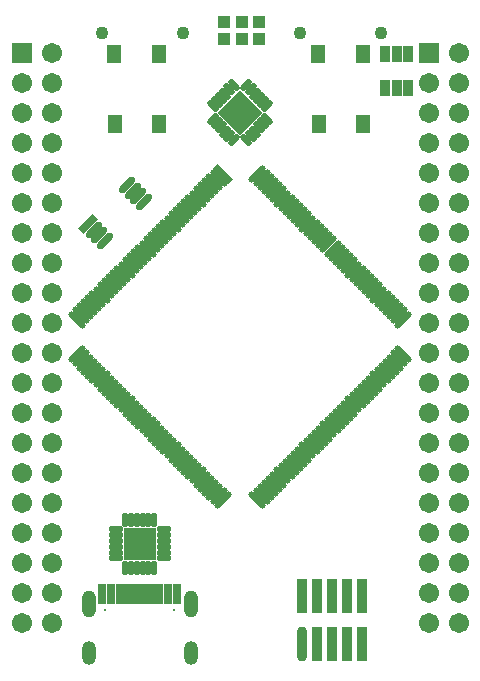
<source format=gts>
G04*
G04 #@! TF.GenerationSoftware,Altium Limited,Altium Designer,20.1.12 (249)*
G04*
G04 Layer_Color=8388736*
%FSLAX25Y25*%
%MOIN*%
G70*
G04*
G04 #@! TF.SameCoordinates,D38EF606-D903-4ADC-9098-C18FB5F004BE*
G04*
G04*
G04 #@! TF.FilePolarity,Negative*
G04*
G01*
G75*
G04:AMPARAMS|DCode=15|XSize=21.78mil|YSize=72.96mil|CornerRadius=0mil|HoleSize=0mil|Usage=FLASHONLY|Rotation=45.000|XOffset=0mil|YOffset=0mil|HoleType=Round|Shape=Round|*
%AMOVALD15*
21,1,0.05118,0.02178,0.00000,0.00000,135.0*
1,1,0.02178,0.01810,-0.01810*
1,1,0.02178,-0.01810,0.01810*
%
%ADD15OVALD15*%

G04:AMPARAMS|DCode=16|XSize=21.78mil|YSize=72.96mil|CornerRadius=0mil|HoleSize=0mil|Usage=FLASHONLY|Rotation=315.000|XOffset=0mil|YOffset=0mil|HoleType=Round|Shape=Round|*
%AMOVALD16*
21,1,0.05118,0.02178,0.00000,0.00000,45.0*
1,1,0.02178,-0.01810,-0.01810*
1,1,0.02178,0.01810,0.01810*
%
%ADD16OVALD16*%

G04:AMPARAMS|DCode=17|XSize=21.78mil|YSize=72.96mil|CornerRadius=0mil|HoleSize=0mil|Usage=FLASHONLY|Rotation=45.000|XOffset=0mil|YOffset=0mil|HoleType=Round|Shape=Rectangle|*
%AMROTATEDRECTD17*
4,1,4,0.01810,-0.03350,-0.03350,0.01810,-0.01810,0.03350,0.03350,-0.01810,0.01810,-0.03350,0.0*
%
%ADD17ROTATEDRECTD17*%

%ADD18O,0.02178X0.04737*%
%ADD19O,0.04737X0.02178*%
%ADD20R,0.10642X0.10642*%
G04:AMPARAMS|DCode=21|XSize=21.78mil|YSize=47.37mil|CornerRadius=0mil|HoleSize=0mil|Usage=FLASHONLY|Rotation=45.000|XOffset=0mil|YOffset=0mil|HoleType=Round|Shape=Round|*
%AMOVALD21*
21,1,0.02559,0.02178,0.00000,0.00000,135.0*
1,1,0.02178,0.00905,-0.00905*
1,1,0.02178,-0.00905,0.00905*
%
%ADD21OVALD21*%

G04:AMPARAMS|DCode=22|XSize=21.78mil|YSize=47.37mil|CornerRadius=0mil|HoleSize=0mil|Usage=FLASHONLY|Rotation=315.000|XOffset=0mil|YOffset=0mil|HoleType=Round|Shape=Round|*
%AMOVALD22*
21,1,0.02559,0.02178,0.00000,0.00000,45.0*
1,1,0.02178,-0.00905,-0.00905*
1,1,0.02178,0.00905,0.00905*
%
%ADD22OVALD22*%

%ADD23P,0.15051X4X360.0*%
G04:AMPARAMS|DCode=24|XSize=23.75mil|YSize=69.02mil|CornerRadius=0mil|HoleSize=0mil|Usage=FLASHONLY|Rotation=135.000|XOffset=0mil|YOffset=0mil|HoleType=Round|Shape=Round|*
%AMOVALD24*
21,1,0.04528,0.02375,0.00000,0.00000,225.0*
1,1,0.02375,0.01601,0.01601*
1,1,0.02375,-0.01601,-0.01601*
%
%ADD24OVALD24*%

G04:AMPARAMS|DCode=25|XSize=23.75mil|YSize=69.02mil|CornerRadius=0mil|HoleSize=0mil|Usage=FLASHONLY|Rotation=135.000|XOffset=0mil|YOffset=0mil|HoleType=Round|Shape=Rectangle|*
%AMROTATEDRECTD25*
4,1,4,0.03280,0.01601,-0.01601,-0.03280,-0.03280,-0.01601,0.01601,0.03280,0.03280,0.01601,0.0*
%
%ADD25ROTATEDRECTD25*%

%ADD26R,0.03359X0.11666*%
%ADD27O,0.03359X0.11666*%
%ADD28R,0.01981X0.07099*%
%ADD29R,0.03162X0.07099*%
%ADD30R,0.03950X0.03950*%
%ADD31R,0.04737X0.06312*%
%ADD32R,0.03359X0.05524*%
%ADD33C,0.04343*%
%ADD34C,0.06706*%
%ADD35R,0.06706X0.06706*%
%ADD36O,0.04737X0.09068*%
%ADD37O,0.04737X0.07887*%
%ADD38C,0.00800*%
D15*
X125867Y96108D02*
D03*
X124475Y94716D02*
D03*
X127259Y97500D02*
D03*
X121692Y91932D02*
D03*
X123083Y93324D02*
D03*
X132827Y103068D02*
D03*
X131435Y101676D02*
D03*
X134219Y104460D02*
D03*
X128651Y98892D02*
D03*
X130043Y100284D02*
D03*
X113340Y83580D02*
D03*
X111948Y82189D02*
D03*
X114732Y84973D02*
D03*
X109164Y79405D02*
D03*
X110556Y80797D02*
D03*
X118908Y89148D02*
D03*
X120299Y90540D02*
D03*
X116124Y86364D02*
D03*
X117516Y87756D02*
D03*
X100812Y71053D02*
D03*
X99420Y69661D02*
D03*
X102204Y72445D02*
D03*
X96636Y66877D02*
D03*
X98028Y68269D02*
D03*
X106380Y76621D02*
D03*
X104988Y75229D02*
D03*
X107772Y78013D02*
D03*
X103596Y73837D02*
D03*
X93853Y64093D02*
D03*
X92461Y62701D02*
D03*
X95245Y65485D02*
D03*
X89677Y59917D02*
D03*
X91069Y61309D02*
D03*
X86893Y57134D02*
D03*
X88285Y58526D02*
D03*
X85501Y55742D02*
D03*
X72556Y163339D02*
D03*
X69772Y160555D02*
D03*
X71164Y161947D02*
D03*
X66988Y157771D02*
D03*
X65596Y156379D02*
D03*
X68380Y159163D02*
D03*
X62812Y153595D02*
D03*
X64204Y154987D02*
D03*
X54461Y145244D02*
D03*
X53069Y143852D02*
D03*
X55853Y146635D02*
D03*
X50285Y141068D02*
D03*
X51677Y142460D02*
D03*
X60028Y150811D02*
D03*
X61420Y152203D02*
D03*
X57244Y148028D02*
D03*
X58636Y149419D02*
D03*
X41933Y132716D02*
D03*
X40541Y131324D02*
D03*
X43325Y134108D02*
D03*
X37757Y128540D02*
D03*
X39149Y129932D02*
D03*
X47501Y138284D02*
D03*
X48893Y139676D02*
D03*
X44717Y135500D02*
D03*
X46109Y136892D02*
D03*
X29406Y120189D02*
D03*
X28014Y118797D02*
D03*
X30798Y121581D02*
D03*
X25230Y116013D02*
D03*
X26622Y117405D02*
D03*
X34973Y125756D02*
D03*
X36365Y127148D02*
D03*
X32190Y122973D02*
D03*
X33582Y124364D02*
D03*
D16*
X117516Y132716D02*
D03*
X118908Y131324D02*
D03*
X116124Y134108D02*
D03*
X121692Y128540D02*
D03*
X120299Y129932D02*
D03*
X110556Y139676D02*
D03*
X111948Y138284D02*
D03*
X109164Y141068D02*
D03*
X114732Y135500D02*
D03*
X113340Y136892D02*
D03*
X130043Y120189D02*
D03*
X131435Y118797D02*
D03*
X128651Y121581D02*
D03*
X134219Y116013D02*
D03*
X132827Y117405D02*
D03*
X124475Y125756D02*
D03*
X123083Y127148D02*
D03*
X127259Y122973D02*
D03*
X125867Y124364D02*
D03*
X73948Y55742D02*
D03*
X55853Y73837D02*
D03*
X57244Y72445D02*
D03*
X54461Y75229D02*
D03*
X60028Y69661D02*
D03*
X58636Y71053D02*
D03*
X48893Y80797D02*
D03*
X50285Y79405D02*
D03*
X47501Y82189D02*
D03*
X53069Y76621D02*
D03*
X51677Y78013D02*
D03*
X68380Y61309D02*
D03*
X69772Y59917D02*
D03*
X66988Y62701D02*
D03*
X72556Y57134D02*
D03*
X71164Y58526D02*
D03*
X62812Y66877D02*
D03*
X61420Y68269D02*
D03*
X65596Y64093D02*
D03*
X64204Y65485D02*
D03*
X103596Y146635D02*
D03*
X104988Y145244D02*
D03*
X102204Y148028D02*
D03*
X107772Y142460D02*
D03*
X106380Y143852D02*
D03*
X96636Y153595D02*
D03*
X98028Y152203D02*
D03*
X88285Y161947D02*
D03*
X100812Y149419D02*
D03*
X99420Y150811D02*
D03*
X91069Y159163D02*
D03*
X92461Y157771D02*
D03*
X89677Y160555D02*
D03*
X95245Y154987D02*
D03*
X93853Y156379D02*
D03*
X86893Y163339D02*
D03*
X85501Y164731D02*
D03*
X41933Y87756D02*
D03*
X43325Y86364D02*
D03*
X40541Y89148D02*
D03*
X46109Y83580D02*
D03*
X44717Y84973D02*
D03*
X39149Y90540D02*
D03*
X37757Y91932D02*
D03*
X32190Y97500D02*
D03*
X33582Y96108D02*
D03*
X30798Y98892D02*
D03*
X36365Y93324D02*
D03*
X34973Y94716D02*
D03*
X26622Y103068D02*
D03*
X25230Y104460D02*
D03*
X29406Y100284D02*
D03*
X28014Y101676D02*
D03*
D17*
X73948Y164731D02*
D03*
D18*
X41339Y49311D02*
D03*
X45276Y49311D02*
D03*
X43307D02*
D03*
X49213Y49311D02*
D03*
X51181D02*
D03*
X47244Y49311D02*
D03*
X43307Y33366D02*
D03*
X47244D02*
D03*
X45276D02*
D03*
X41339Y33366D02*
D03*
X51181D02*
D03*
X49213D02*
D03*
D19*
X38287Y42323D02*
D03*
Y40354D02*
D03*
X38287Y46260D02*
D03*
Y44291D02*
D03*
X54232Y42323D02*
D03*
Y40354D02*
D03*
X54232Y46260D02*
D03*
Y44291D02*
D03*
X38287Y36417D02*
D03*
X38287Y38386D02*
D03*
X54232D02*
D03*
X54232Y36417D02*
D03*
D20*
X46260Y41339D02*
D03*
D21*
X88842Y182882D02*
D03*
X86058Y180098D02*
D03*
X87450Y181490D02*
D03*
X83274Y177314D02*
D03*
X81882Y175922D02*
D03*
X84666Y178706D02*
D03*
X76175Y192765D02*
D03*
X73391Y189981D02*
D03*
X74783Y191373D02*
D03*
X77567Y194157D02*
D03*
X70607Y187197D02*
D03*
X71999Y188589D02*
D03*
D22*
X86058Y189981D02*
D03*
X84666Y191373D02*
D03*
X88842Y187197D02*
D03*
X87450Y188589D02*
D03*
X74783Y178706D02*
D03*
X73391Y180098D02*
D03*
X77567Y175922D02*
D03*
X76175Y177314D02*
D03*
X81882Y194157D02*
D03*
X83274Y192765D02*
D03*
X71999Y181490D02*
D03*
X70607Y182882D02*
D03*
D23*
X79724Y185039D02*
D03*
D24*
X45763Y157143D02*
D03*
X47573Y155333D02*
D03*
X43954Y158952D02*
D03*
X34628Y142388D02*
D03*
X31008Y146007D02*
D03*
X32818Y144197D02*
D03*
X42144Y160762D02*
D03*
D25*
X29199Y147817D02*
D03*
D26*
X120236Y23779D02*
D03*
Y7874D02*
D03*
X115236Y23779D02*
D03*
Y7874D02*
D03*
X110236Y23779D02*
D03*
Y7874D02*
D03*
X105236Y23779D02*
D03*
Y7874D02*
D03*
X100236Y23779D02*
D03*
D27*
Y7874D02*
D03*
D28*
X53150Y24409D02*
D03*
X51181D02*
D03*
X49213D02*
D03*
X47244D02*
D03*
X45276D02*
D03*
X43307D02*
D03*
X41339D02*
D03*
X39370D02*
D03*
D29*
X36811D02*
D03*
X33661D02*
D03*
X55709D02*
D03*
X58858D02*
D03*
D30*
X86221Y209449D02*
D03*
Y215354D02*
D03*
X80315Y209449D02*
D03*
Y215354D02*
D03*
X74410Y209449D02*
D03*
Y215354D02*
D03*
D31*
X105709Y204724D02*
D03*
X120669D02*
D03*
Y181102D02*
D03*
X106102D02*
D03*
X37795Y204724D02*
D03*
X52756D02*
D03*
Y181102D02*
D03*
X38189D02*
D03*
D32*
X128150Y204528D02*
D03*
X131890D02*
D03*
X135630D02*
D03*
Y193110D02*
D03*
X131890D02*
D03*
X128150D02*
D03*
D33*
X60630Y211614D02*
D03*
X33858D02*
D03*
X126575D02*
D03*
X99803D02*
D03*
D34*
X152717Y14764D02*
D03*
Y24764D02*
D03*
Y34764D02*
D03*
Y44764D02*
D03*
Y54764D02*
D03*
Y64764D02*
D03*
Y74764D02*
D03*
Y84764D02*
D03*
Y94764D02*
D03*
Y104764D02*
D03*
Y114764D02*
D03*
Y124764D02*
D03*
Y134764D02*
D03*
Y144764D02*
D03*
Y154764D02*
D03*
Y164764D02*
D03*
Y174764D02*
D03*
Y184764D02*
D03*
Y194764D02*
D03*
Y204764D02*
D03*
X142717Y14764D02*
D03*
Y24764D02*
D03*
Y34764D02*
D03*
Y44764D02*
D03*
Y54764D02*
D03*
Y64764D02*
D03*
Y74764D02*
D03*
Y84764D02*
D03*
Y94764D02*
D03*
Y104764D02*
D03*
Y114764D02*
D03*
Y124764D02*
D03*
Y134764D02*
D03*
Y144764D02*
D03*
Y154764D02*
D03*
Y164764D02*
D03*
Y174764D02*
D03*
Y184764D02*
D03*
Y194764D02*
D03*
X16890Y14764D02*
D03*
Y24764D02*
D03*
Y34764D02*
D03*
Y44764D02*
D03*
Y54764D02*
D03*
Y64764D02*
D03*
Y74764D02*
D03*
Y84764D02*
D03*
Y94764D02*
D03*
Y104764D02*
D03*
Y114764D02*
D03*
Y124764D02*
D03*
Y134764D02*
D03*
Y144764D02*
D03*
Y154764D02*
D03*
Y164764D02*
D03*
Y174764D02*
D03*
Y184764D02*
D03*
Y194764D02*
D03*
Y204764D02*
D03*
X6890Y14764D02*
D03*
Y24764D02*
D03*
Y34764D02*
D03*
Y44764D02*
D03*
Y54764D02*
D03*
Y64764D02*
D03*
Y74764D02*
D03*
Y84764D02*
D03*
Y94764D02*
D03*
Y104764D02*
D03*
Y114764D02*
D03*
Y124764D02*
D03*
Y134764D02*
D03*
Y144764D02*
D03*
Y154764D02*
D03*
Y164764D02*
D03*
Y174764D02*
D03*
Y184764D02*
D03*
Y194764D02*
D03*
X79823Y184941D02*
D03*
D35*
X142717Y204764D02*
D03*
X6890D02*
D03*
D36*
X29252Y21260D02*
D03*
X63268D02*
D03*
D37*
X29252Y4921D02*
D03*
X63268D02*
D03*
D38*
X34882Y19291D02*
D03*
X57638D02*
D03*
M02*

</source>
